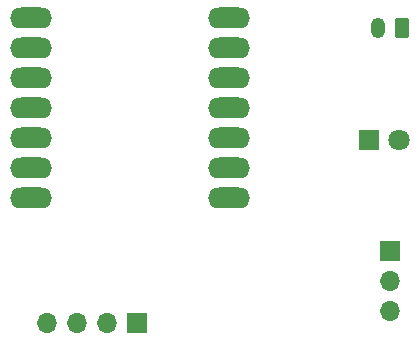
<source format=gbr>
%TF.GenerationSoftware,KiCad,Pcbnew,8.0.7*%
%TF.CreationDate,2025-02-28T09:56:09-08:00*%
%TF.ProjectId,514finalsensor,35313466-696e-4616-9c73-656e736f722e,rev?*%
%TF.SameCoordinates,Original*%
%TF.FileFunction,Copper,L2,Bot*%
%TF.FilePolarity,Positive*%
%FSLAX46Y46*%
G04 Gerber Fmt 4.6, Leading zero omitted, Abs format (unit mm)*
G04 Created by KiCad (PCBNEW 8.0.7) date 2025-02-28 09:56:09*
%MOMM*%
%LPD*%
G01*
G04 APERTURE LIST*
G04 Aperture macros list*
%AMRoundRect*
0 Rectangle with rounded corners*
0 $1 Rounding radius*
0 $2 $3 $4 $5 $6 $7 $8 $9 X,Y pos of 4 corners*
0 Add a 4 corners polygon primitive as box body*
4,1,4,$2,$3,$4,$5,$6,$7,$8,$9,$2,$3,0*
0 Add four circle primitives for the rounded corners*
1,1,$1+$1,$2,$3*
1,1,$1+$1,$4,$5*
1,1,$1+$1,$6,$7*
1,1,$1+$1,$8,$9*
0 Add four rect primitives between the rounded corners*
20,1,$1+$1,$2,$3,$4,$5,0*
20,1,$1+$1,$4,$5,$6,$7,0*
20,1,$1+$1,$6,$7,$8,$9,0*
20,1,$1+$1,$8,$9,$2,$3,0*%
G04 Aperture macros list end*
%TA.AperFunction,ComponentPad*%
%ADD10R,1.800000X1.800000*%
%TD*%
%TA.AperFunction,ComponentPad*%
%ADD11C,1.800000*%
%TD*%
%TA.AperFunction,ComponentPad*%
%ADD12R,1.700000X1.700000*%
%TD*%
%TA.AperFunction,ComponentPad*%
%ADD13O,1.700000X1.700000*%
%TD*%
%TA.AperFunction,ComponentPad*%
%ADD14RoundRect,0.250000X0.350000X0.625000X-0.350000X0.625000X-0.350000X-0.625000X0.350000X-0.625000X0*%
%TD*%
%TA.AperFunction,ComponentPad*%
%ADD15O,1.200000X1.750000*%
%TD*%
%TA.AperFunction,ComponentPad*%
%ADD16O,3.556000X1.778000*%
%TD*%
G04 APERTURE END LIST*
D10*
%TO.P,D1,1,K*%
%TO.N,sense_gnd*%
X209230000Y-68500000D03*
D11*
%TO.P,D1,2,A*%
%TO.N,Net-(D1-A)*%
X211770000Y-68500000D03*
%TD*%
D12*
%TO.P,U2,1,GND*%
%TO.N,sense_gnd*%
X189580000Y-84000000D03*
D13*
%TO.P,U2,2,VDD*%
%TO.N,Net-(U1-3V3)*%
X187040000Y-84000000D03*
%TO.P,U2,3,SCL*%
%TO.N,Net-(U1-PA4_A1_D1)*%
X184500000Y-84000000D03*
%TO.P,U2,4,SDA*%
%TO.N,Net-(U1-PA10_A2_D2)*%
X181960000Y-84000000D03*
%TD*%
D14*
%TO.P,J1,1,Pin_1*%
%TO.N,+3.7V*%
X212000000Y-59000000D03*
D15*
%TO.P,J1,2,Pin_2*%
%TO.N,sense_gnd*%
X210000000Y-59000000D03*
%TD*%
D12*
%TO.P,SW1,1,A*%
%TO.N,Net-(SW1-A)*%
X211000000Y-77910000D03*
D13*
%TO.P,SW1,2,B*%
%TO.N,+3.7V*%
X211000000Y-80450000D03*
%TO.P,SW1,3,C*%
%TO.N,unconnected-(SW1-C-Pad3)*%
X211000000Y-82990000D03*
%TD*%
D16*
%TO.P,U1,1,PA02_A0_D0*%
%TO.N,unconnected-(U1-PA02_A0_D0-Pad1)*%
X180618000Y-58230500D03*
%TO.P,U1,2,PA4_A1_D1*%
%TO.N,Net-(U1-PA4_A1_D1)*%
X180618000Y-60770500D03*
%TO.P,U1,3,PA10_A2_D2*%
%TO.N,Net-(U1-PA10_A2_D2)*%
X180618000Y-63310500D03*
%TO.P,U1,4,PA11_A3_D3*%
%TO.N,unconnected-(U1-PA11_A3_D3-Pad4)*%
X180618000Y-65850500D03*
%TO.P,U1,5,PA8_A4_D4_SDA*%
%TO.N,unconnected-(U1-PA8_A4_D4_SDA-Pad5)*%
X180618000Y-68390500D03*
%TO.P,U1,6,PA9_A5_D5_SCL*%
%TO.N,unconnected-(U1-PA9_A5_D5_SCL-Pad6)*%
X180618000Y-70930500D03*
%TO.P,U1,7,PB08_A6_D6_TX*%
%TO.N,unconnected-(U1-PB08_A6_D6_TX-Pad7)*%
X180618000Y-73470500D03*
%TO.P,U1,8,PB09_A7_D7_RX*%
%TO.N,unconnected-(U1-PB09_A7_D7_RX-Pad8)*%
X197382000Y-58230500D03*
%TO.P,U1,9,PA7_A8_D8_SCK*%
%TO.N,unconnected-(U1-PA7_A8_D8_SCK-Pad9)*%
X197382000Y-60770500D03*
%TO.P,U1,10,PA5_A9_D9_MISO*%
%TO.N,unconnected-(U1-PA5_A9_D9_MISO-Pad10)*%
X197382000Y-63310500D03*
%TO.P,U1,11,PA6_A10_D10_MOSI*%
%TO.N,unconnected-(U1-PA6_A10_D10_MOSI-Pad11)*%
X197382000Y-65850500D03*
%TO.P,U1,12,3V3*%
%TO.N,Net-(U1-3V3)*%
X197382000Y-68390500D03*
%TO.P,U1,13,GND*%
%TO.N,sense_gnd*%
X197382000Y-70930500D03*
%TO.P,U1,14,5V*%
%TO.N,Net-(SW1-A)*%
X197382000Y-73470500D03*
%TD*%
M02*

</source>
